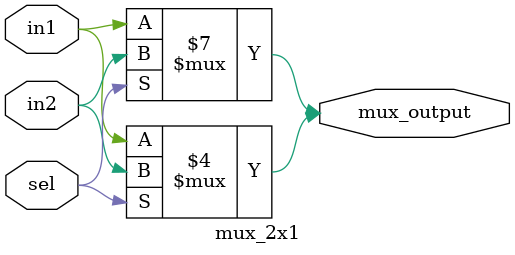
<source format=sv>


module mux_2x1(in1, in2,sel,mux_output
	
		);	
		input   in1;
		input    in2;
		input   sel;
		output   mux_output;
		logic  mux_output;
	
always  @(sel)
	begin: case_Statement
		case (sel) 
		  1'b0   : mux_output <= in1; 
		  default : mux_output <= in2; 
		endcase 	
	end
	
always @(sel)
	begin : if_statement
		if (sel) 
			mux_output <= in2;
		else 
			mux_output = in1;
	end	
endmodule




















</source>
